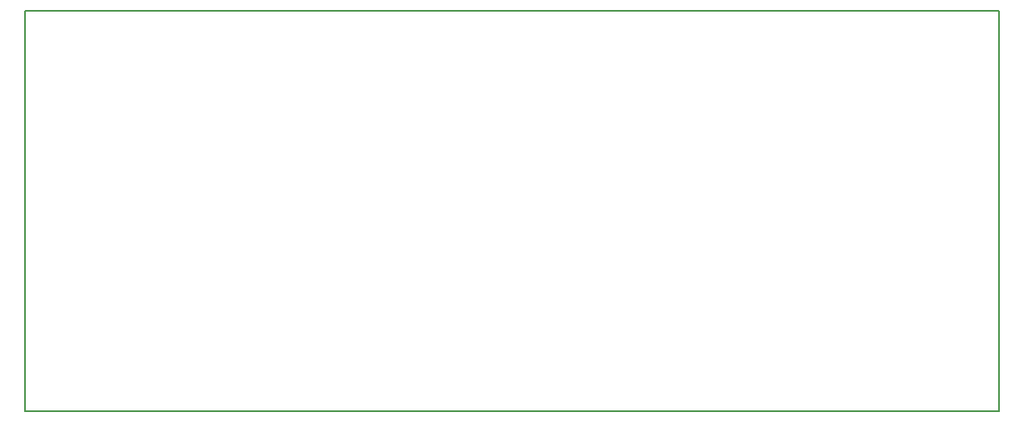
<source format=gbr>
%TF.GenerationSoftware,KiCad,Pcbnew,(6.0.1)*%
%TF.CreationDate,2022-11-02T05:09:56+00:00*%
%TF.ProjectId,Peak-And-Hold,5065616b-2d41-46e6-942d-486f6c642e6b,rev?*%
%TF.SameCoordinates,Original*%
%TF.FileFunction,Profile,NP*%
%FSLAX46Y46*%
G04 Gerber Fmt 4.6, Leading zero omitted, Abs format (unit mm)*
G04 Created by KiCad (PCBNEW (6.0.1)) date 2022-11-02 05:09:56*
%MOMM*%
%LPD*%
G01*
G04 APERTURE LIST*
%TA.AperFunction,Profile*%
%ADD10C,0.200000*%
%TD*%
G04 APERTURE END LIST*
D10*
X50800000Y-57912000D02*
X149732438Y-57912000D01*
X149732438Y-57912000D02*
X149732438Y-98590470D01*
X149732438Y-98590470D02*
X50800000Y-98590470D01*
X50800000Y-98590470D02*
X50800000Y-57912000D01*
M02*

</source>
